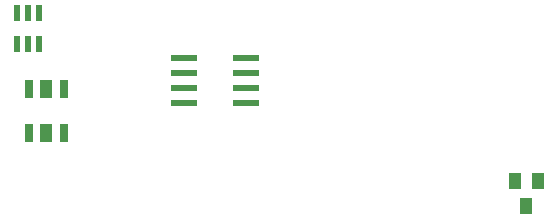
<source format=gtp>
G75*
%MOIN*%
%OFA0B0*%
%FSLAX25Y25*%
%IPPOS*%
%LPD*%
%AMOC8*
5,1,8,0,0,1.08239X$1,22.5*
%
%ADD10R,0.03937X0.05512*%
%ADD11R,0.02200X0.05200*%
%ADD12R,0.08700X0.02400*%
%ADD13R,0.02756X0.05906*%
%ADD14R,0.03937X0.05906*%
D10*
X0289604Y0130764D03*
X0297085Y0130764D03*
X0293344Y0122102D03*
D11*
X0130794Y0176333D03*
X0127094Y0176333D03*
X0123394Y0176333D03*
X0123394Y0186533D03*
X0127094Y0186533D03*
X0130794Y0186533D03*
D12*
X0179294Y0171433D03*
X0179294Y0166433D03*
X0179294Y0161433D03*
X0179294Y0156433D03*
X0199894Y0156433D03*
X0199894Y0161433D03*
X0199894Y0166433D03*
X0199894Y0171433D03*
D13*
X0127439Y0146650D03*
X0139250Y0146650D03*
X0139250Y0161217D03*
X0127439Y0161217D03*
D14*
X0133344Y0161217D03*
X0133344Y0146650D03*
M02*

</source>
